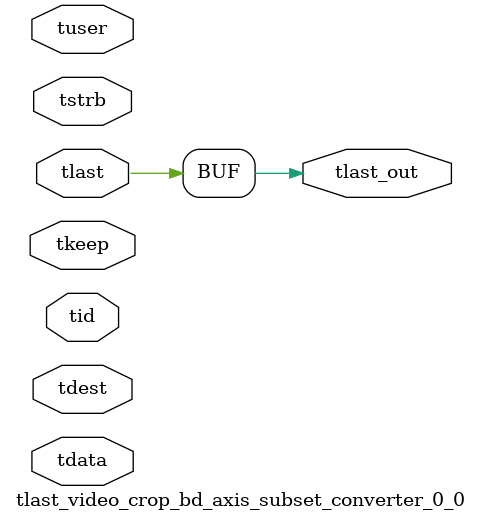
<source format=v>


`timescale 1ps/1ps

module tlast_video_crop_bd_axis_subset_converter_0_0 #
(
parameter C_S_AXIS_TID_WIDTH   = 1,
parameter C_S_AXIS_TUSER_WIDTH = 0,
parameter C_S_AXIS_TDATA_WIDTH = 0,
parameter C_S_AXIS_TDEST_WIDTH = 0
)
(
input  [(C_S_AXIS_TID_WIDTH   == 0 ? 1 : C_S_AXIS_TID_WIDTH)-1:0       ] tid,
input  [(C_S_AXIS_TDATA_WIDTH == 0 ? 1 : C_S_AXIS_TDATA_WIDTH)-1:0     ] tdata,
input  [(C_S_AXIS_TUSER_WIDTH == 0 ? 1 : C_S_AXIS_TUSER_WIDTH)-1:0     ] tuser,
input  [(C_S_AXIS_TDEST_WIDTH == 0 ? 1 : C_S_AXIS_TDEST_WIDTH)-1:0     ] tdest,
input  [(C_S_AXIS_TDATA_WIDTH/8)-1:0 ] tkeep,
input  [(C_S_AXIS_TDATA_WIDTH/8)-1:0 ] tstrb,
input  [0:0]                                                             tlast,
output                                                                   tlast_out
);

assign tlast_out = {tlast};

endmodule


</source>
